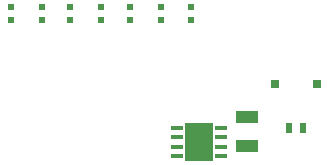
<source format=gbp>
G04*
G04 #@! TF.GenerationSoftware,Altium Limited,Altium Designer,22.10.1 (41)*
G04*
G04 Layer_Color=128*
%FSLAX25Y25*%
%MOIN*%
G70*
G04*
G04 #@! TF.SameCoordinates,6EEB4584-1C63-4AE3-A79B-07B07B7A1057*
G04*
G04*
G04 #@! TF.FilePolarity,Positive*
G04*
G01*
G75*
%ADD20R,0.02362X0.02362*%
%ADD69R,0.02362X0.03347*%
%ADD70R,0.02756X0.03150*%
%ADD71R,0.07480X0.04331*%
%ADD72R,0.03937X0.01575*%
%ADD73R,0.09252X0.12795*%
D20*
X533446Y187733D02*
D03*
Y191867D02*
D03*
X572994Y187733D02*
D03*
Y191867D02*
D03*
X563160Y187733D02*
D03*
Y191867D02*
D03*
X552971Y187733D02*
D03*
Y191867D02*
D03*
X593281Y187733D02*
D03*
Y191867D02*
D03*
X583281Y187733D02*
D03*
Y191867D02*
D03*
X543493Y187733D02*
D03*
Y191867D02*
D03*
D69*
X630724Y151513D02*
D03*
X626000D02*
D03*
D70*
X635252Y166375D02*
D03*
X621473D02*
D03*
D71*
X612000Y155421D02*
D03*
Y145579D02*
D03*
D72*
X603284Y151724D02*
D03*
Y148575D02*
D03*
Y145425D02*
D03*
Y142276D02*
D03*
X588717D02*
D03*
Y145425D02*
D03*
Y148575D02*
D03*
Y151724D02*
D03*
D73*
X596000Y147000D02*
D03*
M02*

</source>
